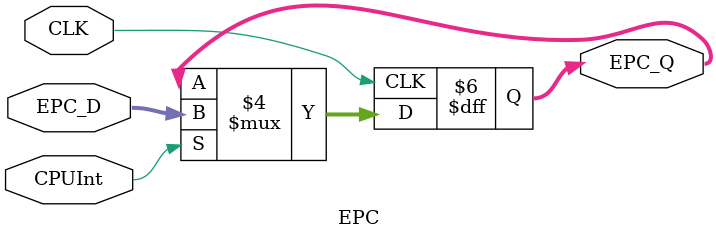
<source format=v>
`timescale 1ns / 1ps

module EPC(
  input CLK,
  input [31:0] EPC_D,
  input CPUInt,
  output reg [31:0] EPC_Q
    );
  always @ (negedge CLK) 
   begin
    if(CPUInt==1) EPC_Q=EPC_D;
   end
endmodule

</source>
